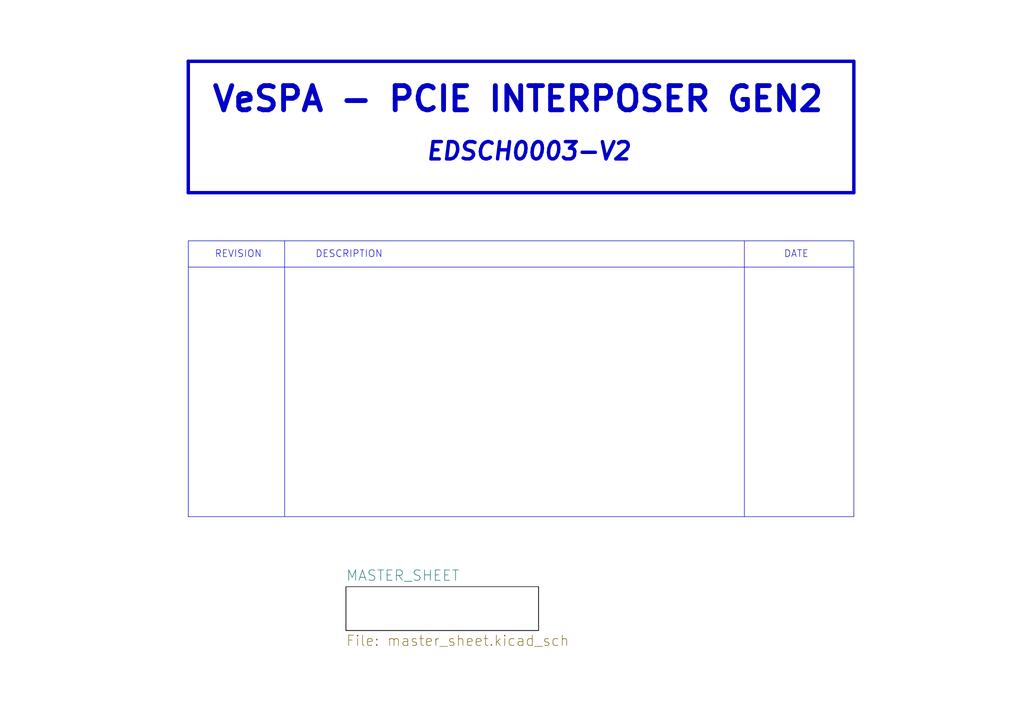
<source format=kicad_sch>
(kicad_sch (version 20200714) (host eeschema "5.99.0-unknown-9a801d8~102~ubuntu18.04.1")
  (page 1 5)
  (paper "A4")
  (title_block (title "EDSCH0003-V1") (date "07/10/2019") (rev "A") (company "ELLSAH DESIGN") (comment 2 " ") (comment 3 " ") (comment 4 " "))
  (lib_symbols)
  (polyline (pts (xy 54.61 17.78) (xy 54.61 55.88)) (stroke (width 0.9906) (type solid)))
  (polyline (pts (xy 54.61 55.88) (xy 247.65 55.88)) (stroke (width 0.9906) (type solid)))
  (polyline (pts (xy 54.61 69.85) (xy 54.61 149.86)) (stroke (width 0) (type solid)))
  (polyline (pts (xy 54.61 69.85) (xy 247.65 69.85)) (stroke (width 0) (type solid)))
  (polyline (pts (xy 54.61 149.86) (xy 247.65 149.86)) (stroke (width 0) (type solid)))
  (polyline (pts (xy 82.55 69.85) (xy 82.55 149.86)) (stroke (width 0) (type solid)))
  (polyline (pts (xy 215.9 69.85) (xy 215.9 149.86)) (stroke (width 0) (type solid)))
  (polyline (pts (xy 247.65 17.78) (xy 54.61 17.78)) (stroke (width 0.9906) (type solid)))
  (polyline (pts (xy 247.65 55.88) (xy 247.65 17.78)) (stroke (width 0.9906) (type solid)))
  (polyline (pts (xy 247.65 69.85) (xy 247.65 149.86)) (stroke (width 0) (type solid)))
  (polyline (pts (xy 247.65 77.47) (xy 54.61 77.47)) (stroke (width 0) (type solid)))
  (text "VeSPA - PCIE INTERPOSER GEN2" (at 60.96 33.02 0) (effects (font (size 7.0104 7.0104) (thickness 1.4021) bold) (justify left bottom)))
  (text "REVISION" (at 62.23 74.93 0) (effects (font (size 2.0066 2.0066)) (justify left bottom)))
  (text "DESCRIPTION" (at 91.44 74.93 0) (effects (font (size 2.0066 2.0066)) (justify left bottom)))
  (text "EDSCH0003-V2" (at 123.19 46.99 0) (effects (font (size 5.0038 5.0038) (thickness 1.0008) bold italic) (justify left bottom)))
  (text "DATE" (at 227.33 74.93 0) (effects (font (size 2.0066 2.0066)) (justify left bottom)))
  (sheet (at 100.33 170.18) (size 55.88 12.7) (stroke (width 0) (color 0 0 0 1)) (fill (color 255 255 255 0.0000))
    (property "Sheet name" "MASTER_SHEET" (at 100.33 168.6809 0) (effects (font (size 2.9972 2.9972)) (justify left bottom)))
    (property "Sheet file" "master_sheet.kicad_sch" (at 100.33 184.0794 0) (effects (font (size 2.9972 2.9972)) (justify left top)))
  )
)
</source>
